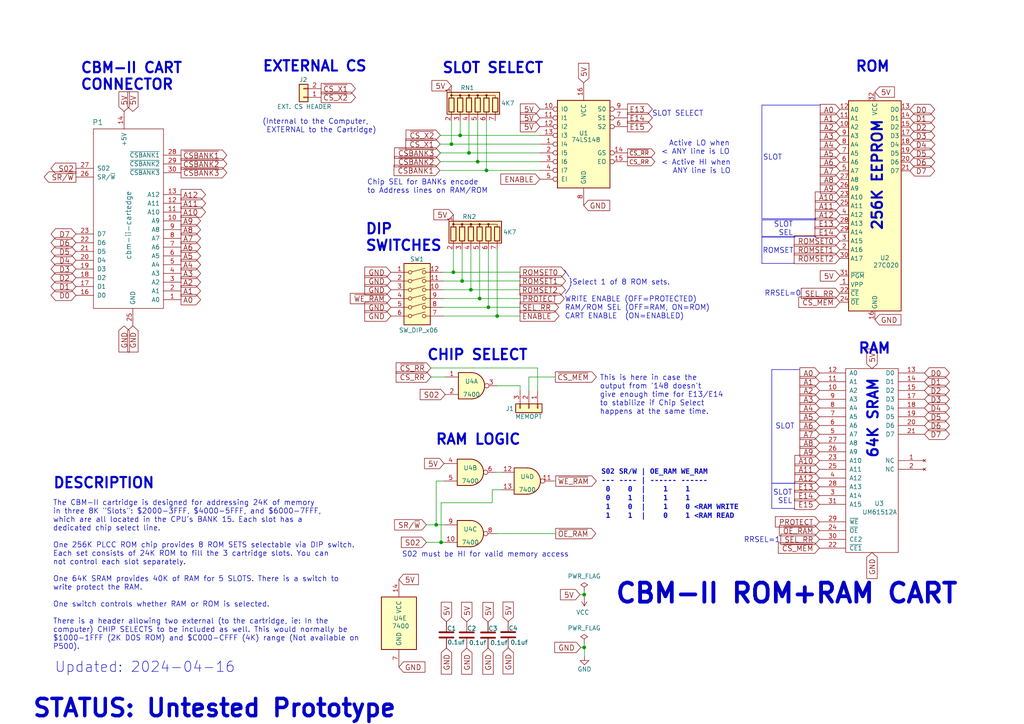
<source format=kicad_sch>
(kicad_sch (version 20250114) (generator "eeschema") (generator_version "9.0")
  (paper "A4")
  (title_block (title "CBM-II ROM+RAM CART") (date "2024-04-15") (company "Steve J. Gray"))
  (lib_symbols
    (symbol "74xx:7400" (pin_names (offset 1.016))
      (property "Reference" "U" (at 0 1.27 0))
      (property "Value" "7400" (at 0 -1.27 0))
      (symbol "7400_1_1"
        (pin input line (at -7.62 2.54 0) (length 3.81) (name "~") (number "1"))
        (pin input line (at -7.62 -2.54 0) (length 3.81) (name "~") (number "2"))
        (pin output inverted (at 7.62 0 180) (length 3.81) (name "~") (number "3"))
      )
      (symbol "7400_1_2"
        (pin input inverted (at -7.62 2.54 0) (length 4.318) (name "~") (number "1"))
        (pin input inverted (at -7.62 -2.54 0) (length 4.318) (name "~") (number "2"))
        (pin output line (at 7.62 0 180) (length 3.81) (name "~") (number "3"))
      )
      (symbol "7400_2_1"
        (pin input line (at -7.62 2.54 0) (length 3.81) (name "~") (number "4"))
        (pin input line (at -7.62 -2.54 0) (length 3.81) (name "~") (number "5"))
        (pin output inverted (at 7.62 0 180) (length 3.81) (name "~") (number "6"))
      )
      (symbol "7400_2_2"
        (pin input inverted (at -7.62 2.54 0) (length 4.318) (name "~") (number "4"))
        (pin input inverted (at -7.62 -2.54 0) (length 4.318) (name "~") (number "5"))
        (pin output line (at 7.62 0 180) (length 3.81) (name "~") (number "6"))
      )
      (symbol "7400_3_1"
        (pin input line (at -7.62 2.54 0) (length 3.81) (name "~") (number "9"))
        (pin input line (at -7.62 -2.54 0) (length 3.81) (name "~") (number "10"))
        (pin output inverted (at 7.62 0 180) (length 3.81) (name "~") (number "8"))
      )
      (symbol "7400_3_2"
        (pin input inverted (at -7.62 2.54 0) (length 4.318) (name "~") (number "9"))
        (pin input inverted (at -7.62 -2.54 0) (length 4.318) (name "~") (number "10"))
        (pin output line (at 7.62 0 180) (length 3.81) (name "~") (number "8"))
      )
      (symbol "7400_4_1"
        (pin input line (at -7.62 2.54 0) (length 3.81) (name "~") (number "12"))
        (pin input line (at -7.62 -2.54 0) (length 3.81) (name "~") (number "13"))
        (pin output inverted (at 7.62 0 180) (length 3.81) (name "~") (number "11"))
      )
      (symbol "7400_4_2"
        (pin input inverted (at -7.62 2.54 0) (length 4.318) (name "~") (number "12"))
        (pin input inverted (at -7.62 -2.54 0) (length 4.318) (name "~") (number "13"))
        (pin output line (at 7.62 0 180) (length 3.81) (name "~") (number "11"))
      )
      (symbol "7400_5_0"
        (pin power_in line (at 0 12.7 270) (length 5.08) (name "VCC") (number "14"))
        (pin power_in line (at 0 -12.7 90) (length 5.08) (name "GND") (number "7"))
      )
    )
    (symbol "Connector_Generic:Conn_01x02" (pin_names (offset 1.016) (hide yes))
      (property "Reference" "J" (at 0 2.54 0))
      (property "Value" "Conn_01x02" (at 0 -5.08 0))
      (symbol "Conn_01x02_1_1"
        (pin passive line (at -5.08 0 0) (length 3.81) (name "Pin_1") (number "1"))
        (pin passive line (at -5.08 -2.54 0) (length 3.81) (name "Pin_2") (number "2"))
      )
    )
    (symbol "Connector_Generic:Conn_01x03" (pin_names (offset 1.016) (hide yes))
      (property "Reference" "J" (at 0 5.08 0))
      (property "Value" "Conn_01x03" (at 0 -5.08 0))
      (symbol "Conn_01x03_1_1"
        (pin passive line (at -5.08 2.54 0) (length 3.81) (name "Pin_1") (number "1"))
        (pin passive line (at -5.08 0 0) (length 3.81) (name "Pin_2") (number "2"))
        (pin passive line (at -5.08 -2.54 0) (length 3.81) (name "Pin_3") (number "3"))
      )
    )
    (symbol "Device:C" (pin_numbers (hide yes)) (pin_names (offset 0.254))
      (property "Reference" "C" (at 0.635 2.54 0))
      (property "Value" "C" (at 0.635 -2.54 0))
      (symbol "C_1_1"
        (pin passive line (at 0 3.81 270) (length 2.794) (name "~") (number "1"))
        (pin passive line (at 0 -3.81 90) (length 2.794) (name "~") (number "2"))
      )
    )
    (symbol "Device:R_Network06" (pin_names (offset 0) (hide yes))
      (property "Reference" "RN" (at -10.16 0 90))
      (property "Value" "R_Network06" (at 7.62 0 90))
      (symbol "R_Network06_1_1"
        (pin passive line (at -7.62 5.08 270) (length 2.54) (name "common") (number "1"))
        (pin passive line (at -7.62 -5.08 90) (length 1.27) (name "R1") (number "2"))
        (pin passive line (at -5.08 -5.08 90) (length 1.27) (name "R2") (number "3"))
        (pin passive line (at -2.54 -5.08 90) (length 1.27) (name "R3") (number "4"))
        (pin passive line (at 0 -5.08 90) (length 1.27) (name "R4") (number "5"))
        (pin passive line (at 2.54 -5.08 90) (length 1.27) (name "R5") (number "6"))
        (pin passive line (at 5.08 -5.08 90) (length 1.27) (name "R6") (number "7"))
      )
    )
    (symbol "Memory_EPROM:27C020"
      (property "Reference" "U" (at -7.62 31.75 0))
      (property "Value" "27C020" (at 2.54 -31.75 0))
      (symbol "27C020_1_1"
        (pin input line (at -10.16 27.94 0) (length 2.54) (name "A0") (number "12"))
        (pin input line (at -10.16 25.4 0) (length 2.54) (name "A1") (number "11"))
        (pin input line (at -10.16 22.86 0) (length 2.54) (name "A2") (number "10"))
        (pin input line (at -10.16 20.32 0) (length 2.54) (name "A3") (number "9"))
        (pin input line (at -10.16 17.78 0) (length 2.54) (name "A4") (number "8"))
        (pin input line (at -10.16 15.24 0) (length 2.54) (name "A5") (number "7"))
        (pin input line (at -10.16 12.7 0) (length 2.54) (name "A6") (number "6"))
        (pin input line (at -10.16 10.16 0) (length 2.54) (name "A7") (number "5"))
        (pin input line (at -10.16 7.62 0) (length 2.54) (name "A8") (number "27"))
        (pin input line (at -10.16 5.08 0) (length 2.54) (name "A9") (number "26"))
        (pin input line (at -10.16 2.54 0) (length 2.54) (name "A10") (number "23"))
        (pin input line (at -10.16 0 0) (length 2.54) (name "A11") (number "25"))
        (pin input line (at -10.16 -2.54 0) (length 2.54) (name "A12") (number "4"))
        (pin input line (at -10.16 -5.08 0) (length 2.54) (name "A13") (number "28"))
        (pin input line (at -10.16 -7.62 0) (length 2.54) (name "A14") (number "29"))
        (pin input line (at -10.16 -10.16 0) (length 2.54) (name "A15") (number "3"))
        (pin input line (at -10.16 -12.7 0) (length 2.54) (name "A16") (number "2"))
        (pin input line (at -10.16 -15.24 0) (length 2.54) (name "A17") (number "30"))
        (pin input line (at -10.16 -20.32 0) (length 2.54) (name "~{PGM}") (number "31"))
        (pin input line (at -10.16 -22.86 0) (length 2.54) (name "VPP") (number "1"))
        (pin input line (at -10.16 -25.4 0) (length 2.54) (name "~{CE}") (number "22"))
        (pin input line (at -10.16 -27.94 0) (length 2.54) (name "~{OE}") (number "24"))
        (pin power_in line (at 0 33.02 270) (length 2.54) (name "VCC") (number "32"))
        (pin power_in line (at 0 -33.02 90) (length 2.54) (name "GND") (number "16"))
        (pin tri_state line (at 10.16 27.94 180) (length 2.54) (name "D0") (number "13"))
        (pin tri_state line (at 10.16 25.4 180) (length 2.54) (name "D1") (number "14"))
        (pin tri_state line (at 10.16 22.86 180) (length 2.54) (name "D2") (number "15"))
        (pin tri_state line (at 10.16 20.32 180) (length 2.54) (name "D3") (number "17"))
        (pin tri_state line (at 10.16 17.78 180) (length 2.54) (name "D4") (number "18"))
        (pin tri_state line (at 10.16 15.24 180) (length 2.54) (name "D5") (number "19"))
        (pin tri_state line (at 10.16 12.7 180) (length 2.54) (name "D6") (number "20"))
        (pin tri_state line (at 10.16 10.16 180) (length 2.54) (name "D7") (number "21"))
      )
    )
    (symbol "Switch:SW_DIP_x06" (pin_names (offset 0) (hide yes))
      (property "Reference" "SW" (at 0 11.43 0))
      (property "Value" "SW_DIP_x06" (at 0 -8.89 0))
      (symbol "SW_DIP_x06_1_1"
        (pin passive line (at -7.62 7.62 0) (length 5.08) (name "~") (number "1"))
        (pin passive line (at -7.62 5.08 0) (length 5.08) (name "~") (number "2"))
        (pin passive line (at -7.62 2.54 0) (length 5.08) (name "~") (number "3"))
        (pin passive line (at -7.62 0 0) (length 5.08) (name "~") (number "4"))
        (pin passive line (at -7.62 -2.54 0) (length 5.08) (name "~") (number "5"))
        (pin passive line (at -7.62 -5.08 0) (length 5.08) (name "~") (number "6"))
        (pin passive line (at 7.62 7.62 180) (length 5.08) (name "~") (number "12"))
        (pin passive line (at 7.62 5.08 180) (length 5.08) (name "~") (number "11"))
        (pin passive line (at 7.62 2.54 180) (length 5.08) (name "~") (number "10"))
        (pin passive line (at 7.62 0 180) (length 5.08) (name "~") (number "9"))
        (pin passive line (at 7.62 -2.54 180) (length 5.08) (name "~") (number "8"))
        (pin passive line (at 7.62 -5.08 180) (length 5.08) (name "~") (number "7"))
      )
    )
    (symbol "cbm2ramromcart-rescue:7400-74xx1" (pin_names (offset 1.016))
      (property "Reference" "U" (at 0 1.27 0))
      (property "Value" "74xx1:7400" (at 0 -1.27 0))
      (symbol "7400-74xx1_1_1"
        (pin input line (at -7.62 2.54 0) (length 3.81) (name "~") (number "1"))
        (pin input line (at -7.62 -2.54 0) (length 3.81) (name "~") (number "2"))
        (pin output inverted (at 7.62 0 180) (length 3.81) (name "~") (number "3"))
      )
      (symbol "7400-74xx1_1_2"
        (pin input inverted (at -7.62 2.54 0) (length 4.318) (name "~") (number "1"))
        (pin input inverted (at -7.62 -2.54 0) (length 4.318) (name "~") (number "2"))
        (pin output line (at 7.62 0 180) (length 3.81) (name "~") (number "3"))
      )
      (symbol "7400-74xx1_2_1"
        (pin input line (at -7.62 2.54 0) (length 3.81) (name "~") (number "4"))
        (pin input line (at -7.62 -2.54 0) (length 3.81) (name "~") (number "5"))
        (pin output inverted (at 7.62 0 180) (length 3.81) (name "~") (number "6"))
      )
      (symbol "7400-74xx1_2_2"
        (pin input inverted (at -7.62 2.54 0) (length 4.318) (name "~") (number "4"))
        (pin input inverted (at -7.62 -2.54 0) (length 4.318) (name "~") (number "5"))
        (pin output line (at 7.62 0 180) (length 3.81) (name "~") (number "6"))
      )
      (symbol "7400-74xx1_3_1"
        (pin input line (at -7.62 2.54 0) (length 3.81) (name "~") (number "9"))
        (pin input line (at -7.62 -2.54 0) (length 3.81) (name "~") (number "10"))
        (pin output inverted (at 7.62 0 180) (length 3.81) (name "~") (number "8"))
      )
      (symbol "7400-74xx1_3_2"
        (pin input inverted (at -7.62 2.54 0) (length 4.318) (name "~") (number "9"))
        (pin input inverted (at -7.62 -2.54 0) (length 4.318) (name "~") (number "10"))
        (pin output line (at 7.62 0 180) (length 3.81) (name "~") (number "8"))
      )
      (symbol "7400-74xx1_4_1"
        (pin input line (at -7.62 2.54 0) (length 3.81) (name "~") (number "12"))
        (pin input line (at -7.62 -2.54 0) (length 3.81) (name "~") (number "13"))
        (pin output inverted (at 7.62 0 180) (length 3.81) (name "~") (number "11"))
      )
      (symbol "7400-74xx1_4_2"
        (pin input inverted (at -7.62 2.54 0) (length 4.318) (name "~") (number "12"))
        (pin input inverted (at -7.62 -2.54 0) (length 4.318) (name "~") (number "13"))
        (pin output line (at 7.62 0 180) (length 3.81) (name "~") (number "11"))
      )
      (symbol "7400-74xx1_5_0"
        (pin power_in line (at 0 12.7 270) (length 5.08) (name "VCC") (number "14"))
        (pin power_in line (at 0 -12.7 90) (length 5.08) (name "GND") (number "7"))
      )
    )
    (symbol "cbm2ramromcart-rescue:74LS148-74xx1" (pin_names (offset 1.016))
      (property "Reference" "U" (at -7.62 13.97 0))
      (property "Value" "74xx1:74LS148" (at -7.62 -13.97 0))
      (symbol "74LS148-74xx1_1_0"
        (pin input inverted (at -12.7 10.16 0) (length 5.08) (name "IO") (number "10"))
        (pin input inverted (at -12.7 7.62 0) (length 5.08) (name "I1") (number "11"))
        (pin input inverted (at -12.7 5.08 0) (length 5.08) (name "I2") (number "12"))
        (pin input inverted (at -12.7 2.54 0) (length 5.08) (name "I3") (number "13"))
        (pin input inverted (at -12.7 0 0) (length 5.08) (name "I4") (number "1"))
        (pin input inverted (at -12.7 -2.54 0) (length 5.08) (name "I5") (number "2"))
        (pin input inverted (at -12.7 -5.08 0) (length 5.08) (name "I6") (number "3"))
        (pin input inverted (at -12.7 -7.62 0) (length 5.08) (name "I7") (number "4"))
        (pin input inverted (at -12.7 -10.16 0) (length 5.08) (name "EI") (number "5"))
        (pin power_in line (at 0 17.78 270) (length 5.08) (name "VCC") (number "16"))
        (pin power_in line (at 0 -17.78 90) (length 5.08) (name "GND") (number "8"))
        (pin output inverted (at 12.7 10.16 180) (length 5.08) (name "S0") (number "9"))
        (pin output inverted (at 12.7 7.62 180) (length 5.08) (name "S1") (number "7"))
        (pin output inverted (at 12.7 5.08 180) (length 5.08) (name "S2") (number "6"))
        (pin output inverted (at 12.7 -2.54 180) (length 5.08) (name "GS") (number "14"))
        (pin output inverted (at 12.7 -5.08 180) (length 5.08) (name "EO") (number "15"))
      )
    )
    (symbol "cbm2ramromcart-rescue:GND-power1" (power) (pin_names (offset 0))
      (property "Value" "GND-power1" (at 0 -3.81 0))
      (symbol "GND-power1_1_1"
        (pin power_in line (at 0 0 270) (length 0) (hide yes) (name "GND") (number "1"))
      )
    )
    (symbol "cbm2ramromcart-rescue:UM61512A-cbm-steve" (pin_names (offset 1.016))
      (property "Reference" "U" (at 2.54 -15.24 0))
      (property "Value" "cbm-steve:UM61512A" (at 1.27 -17.78 0))
      (symbol "UM61512A-cbm-steve_0_0"
        (pin power_in line (at 0 24.13 270) (length 1.27) (hide yes) (name "VCC") (number "32"))
        (pin power_in line (at 0 -29.21 90) (length 1.27) (hide yes) (name "GND") (number "16"))
      )
      (symbol "UM61512A-cbm-steve_1_1"
        (pin input line (at -15.24 22.86 0) (length 7.62) (name "A0") (number "12"))
        (pin input line (at -15.24 20.32 0) (length 7.62) (name "A1") (number "11"))
        (pin input line (at -15.24 17.78 0) (length 7.62) (name "A2") (number "10"))
        (pin input line (at -15.24 15.24 0) (length 7.62) (name "A3") (number "9"))
        (pin input line (at -15.24 12.7 0) (length 7.62) (name "A4") (number "8"))
        (pin input line (at -15.24 10.16 0) (length 7.62) (name "A5") (number "7"))
        (pin input line (at -15.24 7.62 0) (length 7.62) (name "A6") (number "6"))
        (pin input line (at -15.24 5.08 0) (length 7.62) (name "A7") (number "5"))
        (pin input line (at -15.24 2.54 0) (length 7.62) (name "A8") (number "27"))
        (pin input line (at -15.24 0 0) (length 7.62) (name "A9") (number "26"))
        (pin input line (at -15.24 -2.54 0) (length 7.62) (name "A10") (number "23"))
        (pin input line (at -15.24 -5.08 0) (length 7.62) (name "A11") (number "25"))
        (pin input line (at -15.24 -7.62 0) (length 7.62) (name "A12") (number "4"))
        (pin input line (at -15.24 -10.16 0) (length 7.62) (name "A13") (number "28"))
        (pin input line (at -15.24 -12.7 0) (length 7.62) (name "A14") (number "3"))
        (pin input line (at -15.24 -15.24 0) (length 7.62) (name "A15") (number "31"))
        (pin input line (at -15.24 -20.32 0) (length 7.62) (name "~{WE}") (number "29"))
        (pin input line (at -15.24 -22.86 0) (length 7.62) (name "~{OE}") (number "24"))
        (pin input line (at -15.24 -25.4 0) (length 7.62) (name "CE2") (number "30"))
        (pin input line (at -15.24 -27.94 0) (length 7.62) (name "~{CE1}") (number "22"))
        (pin tri_state line (at 15.24 22.86 180) (length 7.62) (name "D0") (number "13"))
        (pin tri_state line (at 15.24 20.32 180) (length 7.62) (name "D1") (number "14"))
        (pin tri_state line (at 15.24 17.78 180) (length 7.62) (name "D2") (number "15"))
        (pin tri_state line (at 15.24 15.24 180) (length 7.62) (name "D3") (number "17"))
        (pin tri_state line (at 15.24 12.7 180) (length 7.62) (name "D4") (number "18"))
        (pin tri_state line (at 15.24 10.16 180) (length 7.62) (name "D5") (number "19"))
        (pin tri_state line (at 15.24 7.62 180) (length 7.62) (name "D6") (number "20"))
        (pin tri_state line (at 15.24 5.08 180) (length 7.62) (name "D7") (number "21"))
        (pin no_connect line (at 15.24 -2.54 180) (length 7.62) (name "NC") (number "1"))
        (pin no_connect line (at 15.24 -5.08 180) (length 7.62) (name "NC") (number "2"))
      )
    )
    (symbol "cbm2ramromcart-rescue:cbm-ii-cartedge-cbm-ii" (pin_names (offset 1.016))
      (property "Reference" "P" (at -8.89 26.67 0))
      (property "Value" "cbm-ii:cbm-ii-cartedge" (at 0 0 90))
      (symbol "cbm-ii-cartedge-cbm-ii_1_1"
        (pin output line (at -15.24 13.97 0) (length 5.08) (name "S02") (number "27"))
        (pin output line (at -15.24 11.43 0) (length 5.08) (name "SR/~{W}") (number "26"))
        (pin output line (at -15.24 -5.08 0) (length 5.08) (name "D7") (number "23"))
        (pin output line (at -15.24 -7.62 0) (length 5.08) (name "D6") (number "22"))
        (pin output line (at -15.24 -10.16 0) (length 5.08) (name "D5") (number "21"))
        (pin output line (at -15.24 -12.7 0) (length 5.08) (name "D4") (number "20"))
        (pin output line (at -15.24 -15.24 0) (length 5.08) (name "D3") (number "19"))
        (pin output line (at -15.24 -17.78 0) (length 5.08) (name "D2") (number "18"))
        (pin output line (at -15.24 -20.32 0) (length 5.08) (name "D1") (number "17"))
        (pin output line (at -15.24 -22.86 0) (length 5.08) (name "D0") (number "16"))
        (pin power_in line (at -1.27 30.48 270) (length 5.08) (name "+5V") (number "14"))
        (pin power_in line (at -1.27 -31.75 90) (length 5.08) (hide yes) (name "GND") (number "24"))
        (pin power_in line (at 1.27 30.48 270) (length 5.08) (hide yes) (name "+5V") (number "15"))
        (pin power_in line (at 1.27 -31.75 90) (length 5.08) (name "GND") (number "25"))
        (pin output line (at 15.24 17.78 180) (length 5.08) (name "~{CSBANK1}") (number "28"))
        (pin output line (at 15.24 15.24 180) (length 5.08) (name "~{CSBANK2}") (number "29"))
        (pin output line (at 15.24 12.7 180) (length 5.08) (name "~{CSBANK3}") (number "30"))
        (pin output line (at 15.24 6.35 180) (length 5.08) (name "A12") (number "13"))
        (pin output line (at 15.24 3.81 180) (length 5.08) (name "A11") (number "12"))
        (pin output line (at 15.24 1.27 180) (length 5.08) (name "A10") (number "11"))
        (pin output line (at 15.24 -1.27 180) (length 5.08) (name "A9") (number "10"))
        (pin output line (at 15.24 -3.81 180) (length 5.08) (name "A8") (number "9"))
        (pin output line (at 15.24 -6.35 180) (length 5.08) (name "A7") (number "8"))
        (pin output line (at 15.24 -8.89 180) (length 5.08) (name "A6") (number "7"))
        (pin output line (at 15.24 -11.43 180) (length 5.08) (name "A5") (number "6"))
        (pin output line (at 15.24 -13.97 180) (length 5.08) (name "A4") (number "5"))
        (pin output line (at 15.24 -16.51 180) (length 5.08) (name "A3") (number "4"))
        (pin output line (at 15.24 -19.05 180) (length 5.08) (name "A2") (number "3"))
        (pin output line (at 15.24 -21.59 180) (length 5.08) (name "A1") (number "2"))
        (pin output line (at 15.24 -24.13 180) (length 5.08) (name "A0") (number "1"))
      )
    )
    (symbol "power:PWR_FLAG" (power) (pin_numbers (hide yes)) (pin_names (offset 0) (hide yes))
      (property "Value" "PWR_FLAG" (at 0 3.81 0))
      (symbol "PWR_FLAG_0_0"
        (pin power_out line (at 0 0 90) (length 0) (name "pwr") (number "1"))
      )
    )
    (symbol "power:VCC" (power) (pin_names (offset 0))
      (property "Value" "VCC" (at 0 3.81 0))
      (symbol "VCC_1_1"
        (pin power_in line (at 0 0 90) (length 0) (hide yes) (name "VCC") (number "1"))
      )
    )
  )
  (text "DESCRIPTION" (at 15.24 141.986 0) (effects (font (size 2.9972 2.9972) (thickness 0.5994) (bold yes)) (justify left bottom)))
  (text "CBM-II CART\nCONNECTOR" (at 23.1902 26.416 0) (effects (font (size 2.9972 2.9972) (thickness 0.5994) (bold yes)) (justify left bottom)))
  (text "S02 must be HI for valid memory access" (at 116.5606 161.7726 0) (effects (font (size 1.524 1.524)) (justify left bottom)))
  (text "SLOT SELECT" (at 128.0922 21.59 0) (effects (font (size 2.9972 2.9972) (thickness 0.5994) (bold yes)) (justify left bottom)))
  (text "SLOT\nSEL" (at 230.0478 68.5292 0) (effects (font (size 1.524 1.524)) (justify right bottom)))
  (text "RAM LOGIC" (at 126.1618 129.3622 0) (effects (font (size 2.9972 2.9972) (thickness 0.5994) (bold yes)) (justify left bottom)))
  (text "SLOT" (at 226.8982 46.6344 0) (effects (font (size 1.524 1.524)) (justify right bottom)))
  (text "ROM" (at 247.9294 21.1836 0) (effects (font (size 2.9972 2.9972) (thickness 0.5994) (bold yes)) (justify left bottom)))
  (text "The CBM-II cartridge is designed for addressing 24K of memory\nin three 8K \"Slots\": $2000-3FFF, $4000-5FFF, and $6000-7FFF,\nwhich are all located in the CPU's BANK 15. Each slot has a\ndedicated chip select line.\n\nOne 256K PLCC ROM chip provides 8 ROM SETS selectable via DIP switch.\nEach set consists of 24K ROM to fill the 3 cartridge slots. You can\nnot control each slot separately.\n\nOne 64K SRAM provides 40K of RAM for 5 SLOTS. There is a switch to\nwrite protect the RAM.\n\nOne switch controls whether RAM or ROM is selected.\n\nThere is a header allowing two external (to the cartridge, ie: In the\ncomputer) CHIP SELECTS to be included as well. This would normally be\n$1000-1FFF (2K DOS ROM) and $C000-CFFF (4K) range (Not available on\nP500)." (at 15.3416 188.5442 0) (effects (font (size 1.524 1.524)) (justify left bottom)))
  (text "SLOT SELECT" (at 189.1284 33.909 0) (effects (font (size 1.524 1.524)) (justify left bottom)))
  (text "RRSEL=0" (at 221.7166 86.0806 0) (effects (font (size 1.524 1.524)) (justify left bottom)))
  (text "Active LO when\n< ANY line is LO" (at 211.6836 44.9834 0) (effects (font (size 1.524 1.524)) (justify right bottom)))
  (text "DIP\nSWITCHES" (at 105.8418 73.152 0) (effects (font (size 2.9972 2.9972) (thickness 0.5994) (bold yes)) (justify left bottom)))
  (text "SLOT" (at 230.505 124.6124 0) (effects (font (size 1.524 1.524)) (justify right bottom)))
  (text "SLOT\nSEL" (at 229.8446 146.2786 0) (effects (font (size 1.524 1.524)) (justify right bottom)))
  (text "Updated: 2024-04-16" (at 15.7988 195.3768 0) (effects (font (size 3 3)) (justify left bottom)))
  (text "64K SRAM" (at 254.9398 133.223 90) (effects (font (size 2.9972 2.9972) (thickness 0.5994) (bold yes)) (justify left bottom)))
  (text "CBM-II ROM+RAM CART" (at 178.1048 175.4886 0) (effects (font (size 5.5118 5.5118) (thickness 1.1024) (bold yes)) (justify left bottom)))
  (text "RRSEL=1" (at 215.6968 157.5816 0) (effects (font (size 1.524 1.524)) (justify left bottom)))
  (text "This is here in case the\noutput from '148 doesn't\ngive enough time for E13/E14\nto stabilize if Chip Select\nhappens at the same time." (at 173.9392 120.3706 0) (effects (font (size 1.524 1.524)) (justify left bottom)))
  (text "S02 SR/W | OE_RAM WE_RAM\n--- ---- | ------ ------\n 0    0  |    1    1\n 0    1  |    1    1\n 1    0  |    1    0 <RAM WRITE\n 1    1  |    0    1 <RAM READ" (at 174.4218 151.1046 0) (effects (font (size 1.524 1.524) (thickness 0.3048) (bold yes)) (justify left bottom)))
  (text "ROMSET" (at 230.2002 73.6854 0) (effects (font (size 1.524 1.524)) (justify right bottom)))
  (text "256K EEPROM" (at 256.1844 67.2084 90) (effects (font (size 2.9972 2.9972) (thickness 0.5994) (bold yes)) (justify left bottom)))
  (text "STATUS: Untested Prototype" (at 9.144 208.4832 0) (effects (font (size 5.0038 5.0038) (thickness 1.0008) (bold yes)) (justify left bottom)))
  (text "\\\n }Select 1 of 8 ROM sets.\n/\nWRITE ENABLE (OFF=PROTECTED)\nRAM/ROM SEL (OFF=RAM, ON=ROM)\nCART ENABLE  (ON=ENABLED)" (at 163.7792 92.6846 0) (effects (font (size 1.524 1.524)) (justify left bottom)))
  (text "(Internal to the Computer,\n EXTERNAL to the Cartridge)" (at 76.073 38.7096 0) (effects (font (size 1.524 1.524)) (justify left bottom)))
  (text "EXTERNAL CS" (at 75.9714 21.1074 0) (effects (font (size 2.9972 2.9972) (thickness 0.5994) (bold yes)) (justify left bottom)))
  (text "< Active HI when\nANY line is LO" (at 211.963 50.546 0) (effects (font (size 1.524 1.524)) (justify right bottom)))
  (text "CHIP SELECT" (at 123.6726 104.8258 0) (effects (font (size 2.9972 2.9972) (thickness 0.5994) (bold yes)) (justify left bottom)))
  (text "RAM" (at 248.7422 102.9462 0) (effects (font (size 2.9972 2.9972) (thickness 0.5994) (bold yes)) (justify left bottom)))
  (text "Chip SEL for BANKs encode\nto Address lines on RAM/ROM" (at 106.4514 56.2864 0) (effects (font (size 1.524 1.524)) (justify left bottom)))
  (junction (at 136.017 44.3484))
  (junction (at 127.9398 157.3022))
  (junction (at 136.5758 84.0486))
  (junction (at 141.6558 89.1286))
  (junction (at 130.937 41.8084))
  (junction (at 169.4434 172.466))
  (junction (at 126.5174 152.2222))
  (junction (at 141.097 49.4284))
  (junction (at 138.557 46.8884))
  (junction (at 131.4958 78.9686))
  (junction (at 133.477 39.2684))
  (junction (at 139.1158 86.5886))
  (junction (at 169.4434 187.7822))
  (junction (at 144.1958 91.6686))
  (junction (at 134.0358 81.5086))
  (wire (pts (xy 126.5174 139.5222) (xy 128.8034 139.5222)))
  (polyline (pts (xy 220.98 68.58) (xy 220.98 63.7794)))
  (polyline (pts (xy 220.98 63.4492) (xy 220.98 30.48)))
  (wire (pts (xy 169.4434 186.5884) (xy 169.4434 187.7822)))
  (wire (pts (xy 141.6558 72.4154) (xy 141.6558 89.1286)))
  (wire (pts (xy 128.6002 84.0486) (xy 136.5758 84.0486)))
  (wire (pts (xy 169.4434 172.466) (xy 168.2242 172.466)))
  (wire (pts (xy 128.6002 78.9686) (xy 131.4958 78.9686)))
  (wire (pts (xy 155.9306 113.3348) (xy 155.9306 106.7308)))
  (wire (pts (xy 133.477 39.2684) (xy 156.591 39.2684)))
  (wire (pts (xy 136.5758 72.4154) (xy 136.5758 84.0486)))
  (wire (pts (xy 128.6002 89.1286) (xy 141.6558 89.1286)))
  (polyline (pts (xy 220.98 76.4032) (xy 230.4034 76.4032)))
  (wire (pts (xy 138.7602 81.4832) (xy 150.8252 81.4832)))
  (wire (pts (xy 169.4688 172.5168) (xy 169.4688 173.228)))
  (polyline (pts (xy 230.505 140.1572) (xy 223.8502 140.1572)))
  (wire (pts (xy 133.477 35.0266) (xy 133.477 39.2684)))
  (wire (pts (xy 128.6002 81.5086) (xy 134.0358 81.5086)))
  (wire (pts (xy 169.5196 187.7822) (xy 169.5196 190.2968)))
  (wire (pts (xy 130.937 41.8084) (xy 156.591 41.8084)))
  (wire (pts (xy 127.8382 44.3738) (xy 127.8382 44.3484)))
  (polyline (pts (xy 220.98 63.7794) (xy 236.6772 63.7794)))
  (wire (pts (xy 142.7734 142.0622) (xy 142.7734 145.8214)))
  (wire (pts (xy 123.6726 152.2222) (xy 126.5174 152.2222)))
  (polyline (pts (xy 230.5558 147.4724) (xy 223.8502 147.4724)))
  (polyline (pts (xy 223.8502 140.1826) (xy 230.505 140.1826)))
  (wire (pts (xy 124.9934 109.347) (xy 129.1336 109.347)))
  (polyline (pts (xy 223.8502 147.4724) (xy 223.8502 140.1826)))
  (polyline (pts (xy 236.6772 63.4492) (xy 220.98 63.4492)))
  (wire (pts (xy 141.097 35.0266) (xy 141.097 49.4284)))
  (wire (pts (xy 169.4434 187.7822) (xy 168.4528 187.7822)))
  (wire (pts (xy 138.7856 78.9432) (xy 150.8252 78.9432)))
  (wire (pts (xy 127.7112 44.3738) (xy 127.8382 44.3738)))
  (wire (pts (xy 139.1158 72.4154) (xy 139.1158 86.5886)))
  (wire (pts (xy 130.937 35.0266) (xy 130.937 41.8084)))
  (wire (pts (xy 142.7734 142.0622) (xy 145.3134 142.0622)))
  (wire (pts (xy 155.9306 106.7308) (xy 124.9934 106.7308)))
  (wire (pts (xy 141.097 49.4284) (xy 156.591 49.4284)))
  (wire (pts (xy 123.6726 157.3022) (xy 127.9398 157.3022)))
  (wire (pts (xy 169.4434 172.466) (xy 169.4434 172.5168)))
  (polyline (pts (xy 236.728 68.58) (xy 220.98 68.58)))
  (wire (pts (xy 144.1958 72.4154) (xy 144.1958 91.6686)))
  (wire (pts (xy 138.557 35.0266) (xy 138.557 46.8884)))
  (wire (pts (xy 128.6002 91.6686) (xy 144.1958 91.6686)))
  (wire (pts (xy 136.017 44.3484) (xy 156.591 44.3484)))
  (wire (pts (xy 127.9398 145.8214) (xy 127.9398 157.3022)))
  (wire (pts (xy 126.5174 152.2222) (xy 128.8034 152.2222)))
  (wire (pts (xy 142.7734 145.8214) (xy 127.9398 145.8214)))
  (wire (pts (xy 138.7602 81.5086) (xy 138.7602 81.4832)))
  (polyline (pts (xy 220.98 68.8594) (xy 220.98 76.4032)))
  (wire (pts (xy 127.7874 39.2176) (xy 127.7874 39.2684)))
  (wire (pts (xy 160.5534 139.5222) (xy 161.1884 139.5222)))
  (polyline (pts (xy 220.98 30.48) (xy 237.9726 30.48)))
  (wire (pts (xy 134.0358 72.4154) (xy 134.0358 81.5086)))
  (wire (pts (xy 153.3906 113.3348) (xy 153.3906 109.347)))
  (wire (pts (xy 127.9398 157.3022) (xy 128.8034 157.3022)))
  (wire (pts (xy 169.4434 171.5516) (xy 169.4434 172.466)))
  (wire (pts (xy 153.3906 109.347) (xy 161.0614 109.347)))
  (wire (pts (xy 131.4958 72.4154) (xy 131.4958 78.9686)))
  (wire (pts (xy 150.8506 111.887) (xy 150.8506 113.3348)))
  (wire (pts (xy 126.5174 152.2222) (xy 126.5174 139.5222)))
  (wire (pts (xy 144.1958 91.6686) (xy 150.8252 91.6686)))
  (polyline (pts (xy 223.8502 140.1572) (xy 223.8502 107.188)))
  (wire (pts (xy 141.6558 89.1286) (xy 150.8252 89.1286)))
  (wire (pts (xy 134.0358 81.5086) (xy 138.7602 81.5086)))
  (wire (pts (xy 138.557 46.8884) (xy 156.591 46.8884)))
  (wire (pts (xy 150.9014 86.5886) (xy 139.1158 86.5886)))
  (wire (pts (xy 127.7112 39.2176) (xy 127.7874 39.2176)))
  (wire (pts (xy 136.017 35.0266) (xy 136.017 44.3484)))
  (wire (pts (xy 169.5196 187.7822) (xy 169.4434 187.7822)))
  (wire (pts (xy 127.5842 49.4284) (xy 141.097 49.4284)))
  (wire (pts (xy 127.8382 44.3484) (xy 136.017 44.3484)))
  (polyline (pts (xy 223.8502 107.188) (xy 231.8004 107.188)))
  (wire (pts (xy 138.7856 78.9686) (xy 138.7856 78.9432)))
  (wire (pts (xy 127.7874 39.2684) (xy 133.477 39.2684)))
  (wire (pts (xy 127.6604 41.8084) (xy 130.937 41.8084)))
  (wire (pts (xy 169.4688 172.5168) (xy 169.4434 172.5168)))
  (wire (pts (xy 139.1158 86.5886) (xy 128.6002 86.5886)))
  (wire (pts (xy 144.0434 154.7622) (xy 161.1884 154.7622)))
  (wire (pts (xy 144.0434 136.9822) (xy 145.3134 136.9822)))
  (wire (pts (xy 131.4958 78.9686) (xy 138.7856 78.9686)))
  (wire (pts (xy 136.5758 84.0486) (xy 150.7744 84.0486)))
  (wire (pts (xy 127.7112 46.8884) (xy 138.557 46.8884)))
  (polyline (pts (xy 230.6066 68.7832) (xy 220.98 68.7832)))
  (wire (pts (xy 144.3736 111.887) (xy 150.8506 111.887)))
  (global_label "ROMSET1" (shape input) (at 243.586 72.4154 180) (effects (font (size 1.524 1.524))) (property "Intersheetrefs" "${INTERSHEET_REFS}" (effects (hide yes))))
  (global_label "5V" (shape input) (at 243.586 80.0354 180) (effects (font (size 1.524 1.524))) (property "Intersheetrefs" "${INTERSHEET_REFS}" (effects (hide yes))))
  (global_label "D4" (shape bidirectional) (at 22.0218 75.4888 180) (effects (font (size 1.524 1.524))) (property "Intersheetrefs" "${INTERSHEET_REFS}" (effects (hide yes))))
  (global_label "GND" (shape input) (at 169.291 59.5884 0) (effects (font (size 1.524 1.524))) (property "Intersheetrefs" "${INTERSHEET_REFS}" (effects (hide yes))))
  (global_label "D7" (shape bidirectional) (at 268.1478 125.9586 0) (effects (font (size 1.524 1.524))) (property "Intersheetrefs" "${INTERSHEET_REFS}" (effects (hide yes))))
  (global_label "A12" (shape input) (at 243.586 62.2554 180) (effects (font (size 1.524 1.524))) (property "Intersheetrefs" "${INTERSHEET_REFS}" (effects (hide yes))))
  (global_label "GND" (shape input) (at 135.382 187.9854 270) (effects (font (size 1.524 1.524))) (property "Intersheetrefs" "${INTERSHEET_REFS}" (effects (hide yes))))
  (global_label "~{CSBANK3}" (shape output) (at 52.5018 50.0888 0) (effects (font (size 1.524 1.524))) (property "Intersheetrefs" "${INTERSHEET_REFS}" (effects (hide yes))))
  (global_label "E15" (shape input) (at 237.6678 146.2786 180) (effects (font (size 1.524 1.524))) (property "Intersheetrefs" "${INTERSHEET_REFS}" (effects (hide yes))))
  (global_label "E13" (shape input) (at 243.586 64.7954 180) (effects (font (size 1.524 1.524))) (property "Intersheetrefs" "${INTERSHEET_REFS}" (effects (hide yes))))
  (global_label "S02" (shape input) (at 129.1336 114.427 180) (effects (font (size 1.524 1.524))) (property "Intersheetrefs" "${INTERSHEET_REFS}" (effects (hide yes))))
  (global_label "5V" (shape input) (at 253.746 26.6954 0) (effects (font (size 1.524 1.524))) (property "Intersheetrefs" "${INTERSHEET_REFS}" (effects (hide yes))))
  (global_label "~{OE_RAM}" (shape input) (at 237.6678 153.8986 180) (effects (font (size 1.524 1.524))) (property "Intersheetrefs" "${INTERSHEET_REFS}" (effects (hide yes))))
  (global_label "GND" (shape input) (at 113.3602 89.1286 180) (effects (font (size 1.524 1.524))) (property "Intersheetrefs" "${INTERSHEET_REFS}" (effects (hide yes))))
  (global_label "A10" (shape output) (at 52.5018 61.5188 0) (effects (font (size 1.524 1.524))) (property "Intersheetrefs" "${INTERSHEET_REFS}" (effects (hide yes))))
  (global_label "SEL_RR" (shape output) (at 150.8252 89.1286 0) (effects (font (size 1.524 1.524))) (property "Intersheetrefs" "${INTERSHEET_REFS}" (effects (hide yes))))
  (global_label "A12" (shape output) (at 52.5018 56.4388 0) (effects (font (size 1.524 1.524))) (property "Intersheetrefs" "${INTERSHEET_REFS}" (effects (hide yes))))
  (global_label "5V" (shape input) (at 129.4892 180.34 90) (effects (font (size 1.524 1.524))) (property "Intersheetrefs" "${INTERSHEET_REFS}" (effects (hide yes))))
  (global_label "A2" (shape input) (at 237.6678 113.2586 180) (effects (font (size 1.524 1.524))) (property "Intersheetrefs" "${INTERSHEET_REFS}" (effects (hide yes))))
  (global_label "A9" (shape output) (at 52.5018 64.0588 0) (effects (font (size 1.524 1.524))) (property "Intersheetrefs" "${INTERSHEET_REFS}" (effects (hide yes))))
  (global_label "A0" (shape input) (at 243.586 31.7754 180) (effects (font (size 1.524 1.524))) (property "Intersheetrefs" "${INTERSHEET_REFS}" (effects (hide yes))))
  (global_label "GND" (shape input) (at 252.9078 160.2486 270) (effects (font (size 1.524 1.524))) (property "Intersheetrefs" "${INTERSHEET_REFS}" (effects (hide yes))))
  (global_label "S02" (shape input) (at 123.6726 157.3022 180) (effects (font (size 1.524 1.524))) (property "Intersheetrefs" "${INTERSHEET_REFS}" (effects (hide yes))))
  (global_label "S02" (shape output) (at 22.0218 48.8188 180) (effects (font (size 1.524 1.524))) (property "Intersheetrefs" "${INTERSHEET_REFS}" (effects (hide yes))))
  (global_label "D6" (shape bidirectional) (at 268.1478 123.4186 0) (effects (font (size 1.524 1.524))) (property "Intersheetrefs" "${INTERSHEET_REFS}" (effects (hide yes))))
  (global_label "A7" (shape output) (at 52.5018 69.1388 0) (effects (font (size 1.524 1.524))) (property "Intersheetrefs" "${INTERSHEET_REFS}" (effects (hide yes))))
  (global_label "GND" (shape input) (at 115.697 193.4718 0) (effects (font (size 1.524 1.524))) (property "Intersheetrefs" "${INTERSHEET_REFS}" (effects (hide yes))))
  (global_label "A2" (shape input) (at 243.586 36.8554 180) (effects (font (size 1.524 1.524))) (property "Intersheetrefs" "${INTERSHEET_REFS}" (effects (hide yes))))
  (global_label "~{CS_X1}" (shape input) (at 127.6604 41.8084 180) (effects (font (size 1.524 1.524))) (property "Intersheetrefs" "${INTERSHEET_REFS}" (effects (hide yes))))
  (global_label "GND" (shape input) (at 113.3602 78.9686 180) (effects (font (size 1.524 1.524))) (property "Intersheetrefs" "${INTERSHEET_REFS}" (effects (hide yes))))
  (global_label "PROTECT" (shape input) (at 237.6678 151.3586 180) (effects (font (size 1.524 1.524))) (property "Intersheetrefs" "${INTERSHEET_REFS}" (effects (hide yes))))
  (global_label "D2" (shape bidirectional) (at 22.0218 80.5688 180) (effects (font (size 1.524 1.524))) (property "Intersheetrefs" "${INTERSHEET_REFS}" (effects (hide yes))))
  (global_label "~{CS_MEM}" (shape input) (at 237.6678 158.9786 180) (effects (font (size 1.524 1.524))) (property "Intersheetrefs" "${INTERSHEET_REFS}" (effects (hide yes))))
  (global_label "A6" (shape input) (at 237.6678 123.4186 180) (effects (font (size 1.524 1.524))) (property "Intersheetrefs" "${INTERSHEET_REFS}" (effects (hide yes))))
  (global_label "5V" (shape input) (at 38.5318 32.3088 90) (effects (font (size 1.524 1.524))) (property "Intersheetrefs" "${INTERSHEET_REFS}" (effects (hide yes))))
  (global_label "SR/~{W}" (shape output) (at 22.0218 51.3588 180) (effects (font (size 1.524 1.524))) (property "Intersheetrefs" "${INTERSHEET_REFS}" (effects (hide yes))))
  (global_label "D7" (shape bidirectional) (at 263.906 49.5554 0) (effects (font (size 1.524 1.524))) (property "Intersheetrefs" "${INTERSHEET_REFS}" (effects (hide yes))))
  (global_label "~{CSBANK3}" (shape input) (at 127.7112 44.3738 180) (effects (font (size 1.524 1.524))) (property "Intersheetrefs" "${INTERSHEET_REFS}" (effects (hide yes))))
  (global_label "~{CS_RR}" (shape output) (at 181.991 44.3484 0) (effects (font (size 1.2 1.2))) (property "Intersheetrefs" "${INTERSHEET_REFS}" (effects (hide yes))))
  (global_label "~{CSBANK2}" (shape output) (at 52.5018 47.5488 0) (effects (font (size 1.524 1.524))) (property "Intersheetrefs" "${INTERSHEET_REFS}" (effects (hide yes))))
  (global_label "5V" (shape input) (at 168.2242 172.466 180) (effects (font (size 1.524 1.524))) (property "Intersheetrefs" "${INTERSHEET_REFS}" (effects (hide yes))))
  (global_label "A11" (shape input) (at 243.586 59.7154 180) (effects (font (size 1.524 1.524))) (property "Intersheetrefs" "${INTERSHEET_REFS}" (effects (hide yes))))
  (global_label "D2" (shape bidirectional) (at 268.1478 113.2586 0) (effects (font (size 1.524 1.524))) (property "Intersheetrefs" "${INTERSHEET_REFS}" (effects (hide yes))))
  (global_label "~{CS_X1}" (shape output) (at 93.1418 25.7048 0) (effects (font (size 1.524 1.524))) (property "Intersheetrefs" "${INTERSHEET_REFS}" (effects (hide yes))))
  (global_label "A4" (shape output) (at 52.5018 76.7588 0) (effects (font (size 1.524 1.524))) (property "Intersheetrefs" "${INTERSHEET_REFS}" (effects (hide yes))))
  (global_label "A0" (shape output) (at 52.5018 86.9188 0) (effects (font (size 1.524 1.524))) (property "Intersheetrefs" "${INTERSHEET_REFS}" (effects (hide yes))))
  (global_label "5V" (shape input) (at 135.382 180.3654 90) (effects (font (size 1.524 1.524))) (property "Intersheetrefs" "${INTERSHEET_REFS}" (effects (hide yes))))
  (global_label "A4" (shape input) (at 243.586 41.9354 180) (effects (font (size 1.524 1.524))) (property "Intersheetrefs" "${INTERSHEET_REFS}" (effects (hide yes))))
  (global_label "D2" (shape bidirectional) (at 263.906 36.8554 0) (effects (font (size 1.524 1.524))) (property "Intersheetrefs" "${INTERSHEET_REFS}" (effects (hide yes))))
  (global_label "5V" (shape input) (at 115.697 168.0718 0) (effects (font (size 1.524 1.524))) (property "Intersheetrefs" "${INTERSHEET_REFS}" (effects (hide yes))))
  (global_label "D0" (shape bidirectional) (at 263.906 31.7754 0) (effects (font (size 1.524 1.524))) (property "Intersheetrefs" "${INTERSHEET_REFS}" (effects (hide yes))))
  (global_label "D7" (shape bidirectional) (at 22.0218 67.8688 180) (effects (font (size 1.524 1.524))) (property "Intersheetrefs" "${INTERSHEET_REFS}" (effects (hide yes))))
  (global_label "D1" (shape bidirectional) (at 263.906 34.3154 0) (effects (font (size 1.524 1.524))) (property "Intersheetrefs" "${INTERSHEET_REFS}" (effects (hide yes))))
  (global_label "5V" (shape input) (at 131.4958 62.2554 180) (effects (font (size 1.524 1.524))) (property "Intersheetrefs" "${INTERSHEET_REFS}" (effects (hide yes))))
  (global_label "5V" (shape input) (at 156.591 31.6484 180) (effects (font (size 1.524 1.524))) (property "Intersheetrefs" "${INTERSHEET_REFS}" (effects (hide yes))))
  (global_label "~{WE_RAM}" (shape input) (at 113.3602 86.5886 180) (effects (font (size 1.524 1.524))) (property "Intersheetrefs" "${INTERSHEET_REFS}" (effects (hide yes))))
  (global_label "A11" (shape input) (at 237.6678 136.1186 180) (effects (font (size 1.524 1.524))) (property "Intersheetrefs" "${INTERSHEET_REFS}" (effects (hide yes))))
  (global_label "PROTECT" (shape output) (at 150.9014 86.5886 0) (effects (font (size 1.524 1.524))) (property "Intersheetrefs" "${INTERSHEET_REFS}" (effects (hide yes))))
  (global_label "5V" (shape input) (at 141.5542 180.3908 90) (effects (font (size 1.524 1.524))) (property "Intersheetrefs" "${INTERSHEET_REFS}" (effects (hide yes))))
  (global_label "A2" (shape output) (at 52.5018 81.8388 0) (effects (font (size 1.524 1.524))) (property "Intersheetrefs" "${INTERSHEET_REFS}" (effects (hide yes))))
  (global_label "A7" (shape input) (at 243.586 49.5554 180) (effects (font (size 1.524 1.524))) (property "Intersheetrefs" "${INTERSHEET_REFS}" (effects (hide yes))))
  (global_label "A3" (shape output) (at 52.5018 79.2988 0) (effects (font (size 1.524 1.524))) (property "Intersheetrefs" "${INTERSHEET_REFS}" (effects (hide yes))))
  (global_label "A4" (shape input) (at 237.6678 118.3386 180) (effects (font (size 1.524 1.524))) (property "Intersheetrefs" "${INTERSHEET_REFS}" (effects (hide yes))))
  (global_label "D1" (shape bidirectional) (at 268.1478 110.7186 0) (effects (font (size 1.524 1.524))) (property "Intersheetrefs" "${INTERSHEET_REFS}" (effects (hide yes))))
  (global_label "A6" (shape input) (at 243.586 47.0154 180) (effects (font (size 1.524 1.524))) (property "Intersheetrefs" "${INTERSHEET_REFS}" (effects (hide yes))))
  (global_label "GND" (shape input) (at 168.4528 187.7822 180) (effects (font (size 1.524 1.524))) (property "Intersheetrefs" "${INTERSHEET_REFS}" (effects (hide yes))))
  (global_label "A5" (shape output) (at 52.5018 74.2188 0) (effects (font (size 1.524 1.524))) (property "Intersheetrefs" "${INTERSHEET_REFS}" (effects (hide yes))))
  (global_label "~{CS_MEM}" (shape input) (at 243.586 87.6554 180) (effects (font (size 1.524 1.524))) (property "Intersheetrefs" "${INTERSHEET_REFS}" (effects (hide yes))))
  (global_label "5V" (shape input) (at 169.291 24.0284 90) (effects (font (size 1.524 1.524))) (property "Intersheetrefs" "${INTERSHEET_REFS}" (effects (hide yes))))
  (global_label "E14" (shape output) (at 181.991 34.1884 0) (effects (font (size 1.524 1.524))) (property "Intersheetrefs" "${INTERSHEET_REFS}" (effects (hide yes))))
  (global_label "GND" (shape input) (at 129.4892 187.96 270) (effects (font (size 1.524 1.524))) (property "Intersheetrefs" "${INTERSHEET_REFS}" (effects (hide yes))))
  (global_label "A9" (shape input) (at 243.586 54.6354 180) (effects (font (size 1.524 1.524))) (property "Intersheetrefs" "${INTERSHEET_REFS}" (effects (hide yes))))
  (global_label "A3" (shape input) (at 237.6678 115.7986 180) (effects (font (size 1.524 1.524))) (property "Intersheetrefs" "${INTERSHEET_REFS}" (effects (hide yes))))
  (global_label "GND" (shape input) (at 113.3602 81.5086 180) (effects (font (size 1.524 1.524))) (property "Intersheetrefs" "${INTERSHEET_REFS}" (effects (hide yes))))
  (global_label "D4" (shape bidirectional) (at 268.1478 118.3386 0) (effects (font (size 1.524 1.524))) (property "Intersheetrefs" "${INTERSHEET_REFS}" (effects (hide yes))))
  (global_label "5V" (shape input) (at 156.591 34.1884 180) (effects (font (size 1.524 1.524))) (property "Intersheetrefs" "${INTERSHEET_REFS}" (effects (hide yes))))
  (global_label "ROMSET0" (shape output) (at 150.8252 78.9432 0) (effects (font (size 1.524 1.524))) (property "Intersheetrefs" "${INTERSHEET_REFS}" (effects (hide yes))))
  (global_label "D0" (shape bidirectional) (at 22.0218 85.6488 180) (effects (font (size 1.524 1.524))) (property "Intersheetrefs" "${INTERSHEET_REFS}" (effects (hide yes))))
  (global_label "E14" (shape input) (at 237.6678 143.7386 180) (effects (font (size 1.524 1.524))) (property "Intersheetrefs" "${INTERSHEET_REFS}" (effects (hide yes))))
  (global_label "SR/~{W}" (shape input) (at 123.6726 152.2222 180) (effects (font (size 1.524 1.524))) (property "Intersheetrefs" "${INTERSHEET_REFS}" (effects (hide yes))))
  (global_label "GND" (shape input) (at 113.3602 91.6686 180) (effects (font (size 1.524 1.524))) (property "Intersheetrefs" "${INTERSHEET_REFS}" (effects (hide yes))))
  (global_label "CS_RR" (shape output) (at 181.991 46.8884 0) (effects (font (size 1.2 1.2))) (property "Intersheetrefs" "${INTERSHEET_REFS}" (effects (hide yes))))
  (global_label "A8" (shape input) (at 243.586 52.0954 180) (effects (font (size 1.524 1.524))) (property "Intersheetrefs" "${INTERSHEET_REFS}" (effects (hide yes))))
  (global_label "A3" (shape input) (at 243.586 39.3954 180) (effects (font (size 1.524 1.524))) (property "Intersheetrefs" "${INTERSHEET_REFS}" (effects (hide yes))))
  (global_label "D5" (shape bidirectional) (at 263.906 44.4754 0) (effects (font (size 1.524 1.524))) (property "Intersheetrefs" "${INTERSHEET_REFS}" (effects (hide yes))))
  (global_label "~{CSBANK2}" (shape input) (at 127.7112 46.8884 180) (effects (font (size 1.524 1.524))) (property "Intersheetrefs" "${INTERSHEET_REFS}" (effects (hide yes))))
  (global_label "GND" (shape input) (at 253.746 92.7354 0) (effects (font (size 1.524 1.524))) (property "Intersheetrefs" "${INTERSHEET_REFS}" (effects (hide yes))))
  (global_label "ENABLE" (shape output) (at 150.8252 91.6686 0) (effects (font (size 1.524 1.524))) (property "Intersheetrefs" "${INTERSHEET_REFS}" (effects (hide yes))))
  (global_label "~{CS_X2}" (shape output) (at 93.1418 28.2448 0) (effects (font (size 1.524 1.524))) (property "Intersheetrefs" "${INTERSHEET_REFS}" (effects (hide yes))))
  (global_label "E13" (shape output) (at 181.991 31.6484 0) (effects (font (size 1.524 1.524))) (property "Intersheetrefs" "${INTERSHEET_REFS}" (effects (hide yes))))
  (global_label "ENABLE" (shape input) (at 156.591 51.9684 180) (effects (font (size 1.524 1.524))) (property "Intersheetrefs" "${INTERSHEET_REFS}" (effects (hide yes))))
  (global_label "5V" (shape input) (at 252.9078 106.9086 90) (effects (font (size 1.524 1.524))) (property "Intersheetrefs" "${INTERSHEET_REFS}" (effects (hide yes))))
  (global_label "D3" (shape bidirectional) (at 263.906 39.3954 0) (effects (font (size 1.524 1.524))) (property "Intersheetrefs" "${INTERSHEET_REFS}" (effects (hide yes))))
  (global_label "5V" (shape input) (at 128.8034 134.4422 180) (effects (font (size 1.524 1.524))) (property "Intersheetrefs" "${INTERSHEET_REFS}" (effects (hide yes))))
  (global_label "~{CSBANK1}" (shape output) (at 52.5018 45.0088 0) (effects (font (size 1.524 1.524))) (property "Intersheetrefs" "${INTERSHEET_REFS}" (effects (hide yes))))
  (global_label "GND" (shape input) (at 113.3602 84.0486 180) (effects (font (size 1.524 1.524))) (property "Intersheetrefs" "${INTERSHEET_REFS}" (effects (hide yes))))
  (global_label "A1" (shape input) (at 237.6678 110.7186 180) (effects (font (size 1.524 1.524))) (property "Intersheetrefs" "${INTERSHEET_REFS}" (effects (hide yes))))
  (global_label "GND" (shape input) (at 35.9918 94.5388 270) (effects (font (size 1.524 1.524))) (property "Intersheetrefs" "${INTERSHEET_REFS}" (effects (hide yes))))
  (global_label "SEL_RR" (shape input) (at 243.586 85.1154 180) (effects (font (size 1.524 1.524))) (property "Intersheetrefs" "${INTERSHEET_REFS}" (effects (hide yes))))
  (global_label "D3" (shape bidirectional) (at 268.1478 115.7986 0) (effects (font (size 1.524 1.524))) (property "Intersheetrefs" "${INTERSHEET_REFS}" (effects (hide yes))))
  (global_label "A1" (shape input) (at 243.586 34.3154 180) (effects (font (size 1.524 1.524))) (property "Intersheetrefs" "${INTERSHEET_REFS}" (effects (hide yes))))
  (global_label "A12" (shape input) (at 237.6678 138.6586 180) (effects (font (size 1.524 1.524))) (property "Intersheetrefs" "${INTERSHEET_REFS}" (effects (hide yes))))
  (global_label "A7" (shape input) (at 237.6678 125.9586 180) (effects (font (size 1.524 1.524))) (property "Intersheetrefs" "${INTERSHEET_REFS}" (effects (hide yes))))
  (global_label "D0" (shape bidirectional) (at 268.1478 108.1786 0) (effects (font (size 1.524 1.524))) (property "Intersheetrefs" "${INTERSHEET_REFS}" (effects (hide yes))))
  (global_label "A8" (shape input) (at 237.6678 128.4986 180) (effects (font (size 1.524 1.524))) (property "Intersheetrefs" "${INTERSHEET_REFS}" (effects (hide yes))))
  (global_label "~{CSBANK1}" (shape input) (at 127.5842 49.4284 180) (effects (font (size 1.524 1.524))) (property "Intersheetrefs" "${INTERSHEET_REFS}" (effects (hide yes))))
  (global_label "GND" (shape input) (at 141.5542 188.0108 270) (effects (font (size 1.524 1.524))) (property "Intersheetrefs" "${INTERSHEET_REFS}" (effects (hide yes))))
  (global_label "CS_RR" (shape input) (at 124.9934 109.347 180) (effects (font (size 1.524 1.524))) (property "Intersheetrefs" "${INTERSHEET_REFS}" (effects (hide yes))))
  (global_label "SEL_RR" (shape input) (at 237.6678 156.4386 180) (effects (font (size 1.524 1.524))) (property "Intersheetrefs" "${INTERSHEET_REFS}" (effects (hide yes))))
  (global_label "A9" (shape input) (at 237.6678 131.0386 180) (effects (font (size 1.524 1.524))) (property "Intersheetrefs" "${INTERSHEET_REFS}" (effects (hide yes))))
  (global_label "~{CS_MEM}" (shape output) (at 161.0614 109.347 0) (effects (font (size 1.524 1.524))) (property "Intersheetrefs" "${INTERSHEET_REFS}" (effects (hide yes))))
  (global_label "E13" (shape input) (at 237.6678 141.1986 180) (effects (font (size 1.524 1.524))) (property "Intersheetrefs" "${INTERSHEET_REFS}" (effects (hide yes))))
  (global_label "5V" (shape input) (at 156.591 36.7284 180) (effects (font (size 1.524 1.524))) (property "Intersheetrefs" "${INTERSHEET_REFS}" (effects (hide yes))))
  (global_label "E14" (shape input) (at 243.586 67.3354 180) (effects (font (size 1.524 1.524))) (property "Intersheetrefs" "${INTERSHEET_REFS}" (effects (hide yes))))
  (global_label "A10" (shape input) (at 237.6678 133.5786 180) (effects (font (size 1.524 1.524))) (property "Intersheetrefs" "${INTERSHEET_REFS}" (effects (hide yes))))
  (global_label "A11" (shape output) (at 52.5018 58.9788 0) (effects (font (size 1.524 1.524))) (property "Intersheetrefs" "${INTERSHEET_REFS}" (effects (hide yes))))
  (global_label "D5" (shape bidirectional) (at 268.1478 120.8786 0) (effects (font (size 1.524 1.524))) (property "Intersheetrefs" "${INTERSHEET_REFS}" (effects (hide yes))))
  (global_label "A6" (shape output) (at 52.5018 71.6788 0) (effects (font (size 1.524 1.524))) (property "Intersheetrefs" "${INTERSHEET_REFS}" (effects (hide yes))))
  (global_label "ROMSET0" (shape input) (at 243.586 69.8754 180) (effects (font (size 1.524 1.524))) (property "Intersheetrefs" "${INTERSHEET_REFS}" (effects (hide yes))))
  (global_label "ROMSET1" (shape output) (at 150.8252 81.4832 0) (effects (font (size 1.524 1.524))) (property "Intersheetrefs" "${INTERSHEET_REFS}" (effects (hide yes))))
  (global_label "D1" (shape bidirectional) (at 22.0218 83.1088 180) (effects (font (size 1.524 1.524))) (property "Intersheetrefs" "${INTERSHEET_REFS}" (effects (hide yes))))
  (global_label "A10" (shape input) (at 243.586 57.1754 180) (effects (font (size 1.524 1.524))) (property "Intersheetrefs" "${INTERSHEET_REFS}" (effects (hide yes))))
  (global_label "A5" (shape input) (at 237.6678 120.8786 180) (effects (font (size 1.524 1.524))) (property "Intersheetrefs" "${INTERSHEET_REFS}" (effects (hide yes))))
  (global_label "ROMSET2" (shape output) (at 150.7744 84.0486 0) (effects (font (size 1.524 1.524))) (property "Intersheetrefs" "${INTERSHEET_REFS}" (effects (hide yes))))
  (global_label "A8" (shape output) (at 52.5018 66.5988 0) (effects (font (size 1.524 1.524))) (property "Intersheetrefs" "${INTERSHEET_REFS}" (effects (hide yes))))
  (global_label "A0" (shape input) (at 237.6678 108.1786 180) (effects (font (size 1.524 1.524))) (property "Intersheetrefs" "${INTERSHEET_REFS}" (effects (hide yes))))
  (global_label "D3" (shape bidirectional) (at 22.0218 78.0288 180) (effects (font (size 1.524 1.524))) (property "Intersheetrefs" "${INTERSHEET_REFS}" (effects (hide yes))))
  (global_label "5V" (shape input) (at 130.937 24.8666 180) (effects (font (size 1.524 1.524))) (property "Intersheetrefs" "${INTERSHEET_REFS}" (effects (hide yes))))
  (global_label "~{CS_X2}" (shape input) (at 127.7112 39.2176 180) (effects (font (size 1.524 1.524))) (property "Intersheetrefs" "${INTERSHEET_REFS}" (effects (hide yes))))
  (global_label "D4" (shape bidirectional) (at 263.906 41.9354 0) (effects (font (size 1.524 1.524))) (property "Intersheetrefs" "${INTERSHEET_REFS}" (effects (hide yes))))
  (global_label "D6" (shape bidirectional) (at 22.0218 70.4088 180) (effects (font (size 1.524 1.524))) (property "Intersheetrefs" "${INTERSHEET_REFS}" (effects (hide yes))))
  (global_label "~{CS_RR}" (shape input) (at 124.9934 106.7308 180) (effects (font (size 1.524 1.524))) (property "Intersheetrefs" "${INTERSHEET_REFS}" (effects (hide yes))))
  (global_label "~{OE_RAM}" (shape output) (at 161.1884 154.7622 0) (effects (font (size 1.524 1.524))) (property "Intersheetrefs" "${INTERSHEET_REFS}" (effects (hide yes))))
  (global_label "A5" (shape input) (at 243.586 44.4754 180) (effects (font (size 1.524 1.524))) (property "Intersheetrefs" "${INTERSHEET_REFS}" (effects (hide yes))))
  (global_label "A1" (shape output) (at 52.5018 84.3788 0) (effects (font (size 1.524 1.524))) (property "Intersheetrefs" "${INTERSHEET_REFS}" (effects (hide yes))))
  (global_label "5V" (shape input) (at 35.9918 32.3088 90) (effects (font (size 1.524 1.524))) (property "Intersheetrefs" "${INTERSHEET_REFS}" (effects (hide yes))))
  (global_label "5V" (shape input) (at 147.3962 180.2892 90) (effects (font (size 1.524 1.524))) (property "Intersheetrefs" "${INTERSHEET_REFS}" (effects (hide yes))))
  (global_label "~{WE_RAM}" (shape output) (at 161.1884 139.5222 0) (effects (font (size 1.524 1.524))) (property "Intersheetrefs" "${INTERSHEET_REFS}" (effects (hide yes))))
  (global_label "D5" (shape bidirectional) (at 22.0218 72.9488 180) (effects (font (size 1.524 1.524))) (property "Intersheetrefs" "${INTERSHEET_REFS}" (effects (hide yes))))
  (global_label "E15" (shape output) (at 181.991 36.7284 0) (effects (font (size 1.524 1.524))) (property "Intersheetrefs" "${INTERSHEET_REFS}" (effects (hide yes))))
  (global_label "D6" (shape bidirectional) (at 263.906 47.0154 0) (effects (font (size 1.524 1.524))) (property "Intersheetrefs" "${INTERSHEET_REFS}" (effects (hide yes))))
  (global_label "GND" (shape input) (at 38.5318 94.5388 270) (effects (font (size 1.524 1.524))) (property "Intersheetrefs" "${INTERSHEET_REFS}" (effects (hide yes))))
  (global_label "ROMSET2" (shape input) (at 243.586 74.9554 180) (effects (font (size 1.524 1.524))) (property "Intersheetrefs" "${INTERSHEET_REFS}" (effects (hide yes))))
  (global_label "GND" (shape input) (at 147.3962 187.9092 270) (effects (font (size 1.524 1.524))) (property "Intersheetrefs" "${INTERSHEET_REFS}" (effects (hide yes))))
  (symbol (lib_id "cbm2ramromcart-rescue:74LS148-74xx1") (at 169.291 41.8084 0) (unit 1)
    (property "Reference" "U1" (at 169.291 38.6334 0))
    (property "Value" "74LS148" (at 169.926 40.5384 0))
    (property "Footprint" "Package_DIP:DIP-16_W7.62mm_LongPads" (effects (hide yes)))
  )
  (symbol (lib_id "power:PWR_FLAG") (at 169.4434 186.5884 0) (unit 1)
    (property "Reference" "#FLG01" (effects (hide yes)))
    (property "Value" "PWR_FLAG" (at 169.4434 182.1688 0))
  )
  (symbol (lib_id "cbm2ramromcart-rescue:GND-power1") (at 169.5196 190.2968 0) (unit 1)
    (property "Reference" "#PWR02" (effects (hide yes)))
    (property "Value" "GND" (at 169.5196 194.1068 0))
  )
  (symbol (lib_id "power:PWR_FLAG") (at 169.4434 171.5516 0) (unit 1)
    (property "Reference" "#FLG02" (effects (hide yes)))
    (property "Value" "PWR_FLAG" (at 169.4434 167.132 0))
  )
  (symbol (lib_id "power:VCC") (at 169.4688 173.228 180) (unit 1)
    (property "Reference" "#PWR01" (effects (hide yes)))
    (property "Value" "VCC" (at 169.0116 177.6222 0))
  )
  (symbol (lib_id "cbm2ramromcart-rescue:cbm-ii-cartedge-cbm-ii") (at 37.2618 62.7888 0) (unit 1)
    (property "Reference" "P1" (at 28.3718 35.4838 0) (effects (font (size 1.524 1.524))))
    (property "Value" "cbm-ii-cartedge" (at 37.2618 65.3288 90) (effects (font (size 1.524 1.524))))
    (property "Footprint" "footprint:CBM2-Cart-Edge" (effects (hide yes)))
  )
  (symbol (lib_id "Connector_Generic:Conn_01x02") (at 88.0618 28.2448 180) (unit 1)
    (property "Reference" "J2" (at 87.9602 23.114 0))
    (property "Value" "EXT. CS HEADER" (at 88.265 30.9372 0))
    (property "Footprint" "Connector_PinHeader_2.54mm:PinHeader_1x02_P2.54mm_Vertical" (effects (hide yes)))
  )
  (symbol (lib_id "Connector_Generic:Conn_01x03") (at 153.3906 118.4148 270) (unit 1)
    (property "Reference" "J1" (at 146.685 118.5164 90) (effects (justify left)))
    (property "Value" "MEMOPT" (at 149.4282 120.8278 90) (effects (justify left)))
    (property "Footprint" "Connector_PinHeader_2.54mm:PinHeader_1x03_P2.54mm_Vertical" (effects (hide yes)))
  )
  (symbol (lib_id "cbm2ramromcart-rescue:7400-74xx1") (at 136.7536 111.887 0) (unit 1)
    (property "Reference" "U4" (at 136.7536 110.617 0))
    (property "Value" "7400" (at 136.7536 114.427 0))
    (property "Footprint" "Package_DIP:DIP-14_W7.62mm_LongPads" (effects (hide yes)))
  )
  (symbol (lib_id "Device:R_Network06") (at 138.557 29.9466 0) (unit 1)
    (property "Reference" "RN1" (at 133.5532 25.4762 0) (effects (justify left)))
    (property "Value" "4K7" (at 145.3388 29.9466 0) (effects (justify left)))
    (property "Footprint" "Resistor_THT:R_Array_SIP7" (effects (hide yes)))
    (property "Datasheet" "http://www.vishay.com/docs/31509/csc.pdf" (effects (hide yes)))
  )
  (symbol (lib_id "cbm2ramromcart-rescue:UM61512A-cbm-steve") (at 252.9078 131.0386 0) (unit 1)
    (property "Reference" "U3" (at 254.9906 146.0246 0))
    (property "Value" "UM61512A" (at 255.143 148.5392 0))
    (property "Footprint" "Package_DIP:DIP-32_W7.62mm" (effects (hide yes)))
  )
  (symbol (lib_id "Memory_EPROM:27C020") (at 253.746 59.7154 0) (unit 1)
    (property "Reference" "U2" (at 255.2446 74.803 0) (effects (justify left)))
    (property "Value" "27C020" (at 253.238 76.9366 0) (effects (justify left)))
    (property "Footprint" "Package_DIP:DIP-32_W15.24mm_LongPads" (effects (hide yes)))
    (property "Datasheet" "http://ww1.microchip.com/downloads/en/devicedoc/doc0570.pdf" (effects (hide yes)))
  )
  (symbol (lib_id "Device:C") (at 141.5542 184.2008 0) (unit 1)
    (property "Reference" "C3" (at 141.6304 182.2958 0) (effects (justify left)))
    (property "Value" "0.1uf" (at 142.1638 186.436 0) (effects (justify left)))
    (property "Footprint" "Capacitor_THT:C_Disc_D3.4mm_W2.1mm_P2.50mm" (effects (hide yes)))
  )
  (symbol (lib_id "Device:C") (at 147.3962 184.0992 0) (unit 1)
    (property "Reference" "C4" (at 147.4724 182.1942 0) (effects (justify left)))
    (property "Value" "0.1uf" (at 148.0058 186.3344 0) (effects (justify left)))
    (property "Footprint" "Capacitor_THT:C_Disc_D3.4mm_W2.1mm_P2.50mm" (effects (hide yes)))
  )
  (symbol (lib_id "cbm2ramromcart-rescue:7400-74xx1") (at 152.9334 139.5222 0) (unit 4)
    (property "Reference" "U4" (at 152.9334 138.2522 0))
    (property "Value" "7400" (at 152.9334 142.0622 0))
    (property "Footprint" "Package_DIP:DIP-14_W7.62mm_LongPads" (effects (hide yes)))
  )
  (symbol (lib_id "74xx:7400") (at 115.697 180.7718 0) (unit 5)
    (property "Reference" "U4" (at 114.1222 179.324 0) (effects (justify left)))
    (property "Value" "7400" (at 113.6904 181.5846 0) (effects (justify left)))
    (property "Footprint" "Package_DIP:DIP-14_W7.62mm_LongPads" (effects (hide yes)))
    (property "Datasheet" "http://www.ti.com/lit/gpn/sn7400" (effects (hide yes)))
  )
  (symbol (lib_id "Device:R_Network06") (at 139.1158 67.3354 0) (unit 1)
    (property "Reference" "RN2" (at 134.112 62.865 0) (effects (justify left)))
    (property "Value" "4K7" (at 145.8976 67.3354 0) (effects (justify left)))
    (property "Footprint" "Resistor_THT:R_Array_SIP7" (effects (hide yes)))
    (property "Datasheet" "http://www.vishay.com/docs/31509/csc.pdf" (effects (hide yes)))
  )
  (symbol (lib_id "Device:C") (at 135.382 184.1754 0) (unit 1)
    (property "Reference" "C2" (at 135.4582 182.2704 0) (effects (justify left)))
    (property "Value" "0.1uf" (at 135.9916 186.4106 0) (effects (justify left)))
    (property "Footprint" "Capacitor_THT:C_Disc_D3.4mm_W2.1mm_P2.50mm" (effects (hide yes)))
  )
  (symbol (lib_id "cbm2ramromcart-rescue:7400-74xx1") (at 136.4234 154.7622 0) (unit 3)
    (property "Reference" "U4" (at 136.4234 153.4922 0))
    (property "Value" "7400" (at 136.4234 157.3022 0))
    (property "Footprint" "Package_DIP:DIP-14_W7.62mm_LongPads" (effects (hide yes)))
  )
  (symbol (lib_id "Device:C") (at 129.4892 184.15 0) (unit 1)
    (property "Reference" "C1" (at 129.6416 182.2704 0) (effects (justify left)))
    (property "Value" "0.1uf" (at 129.7178 186.2836 0) (effects (justify left)))
    (property "Footprint" "Connector_PinHeader_2.54mm:PinHeader_1x03_P2.54mm_Vertical_SMD_Pin1Right" (effects (hide yes)))
  )
  (symbol (lib_id "Switch:SW_DIP_x06") (at 120.9802 86.5886 0) (unit 1)
    (property "Reference" "SW1" (at 120.9548 75.184 0))
    (property "Value" "SW_DIP_x06" (at 121.3866 95.7834 0))
    (property "Footprint" "Button_Switch_THT:SW_DIP_SPSTx06_Piano_10.8x16.8mm_W7.62mm_P2.54mm" (effects (hide yes)))
  )
  (symbol (lib_id "cbm2ramromcart-rescue:7400-74xx1") (at 136.4234 136.9822 0) (unit 2)
    (property "Reference" "U4" (at 136.4234 135.7122 0))
    (property "Value" "7400" (at 136.4234 139.5222 0))
    (property "Footprint" "Package_DIP:DIP-14_W7.62mm_LongPads" (effects (hide yes)))
  )
)
</source>
